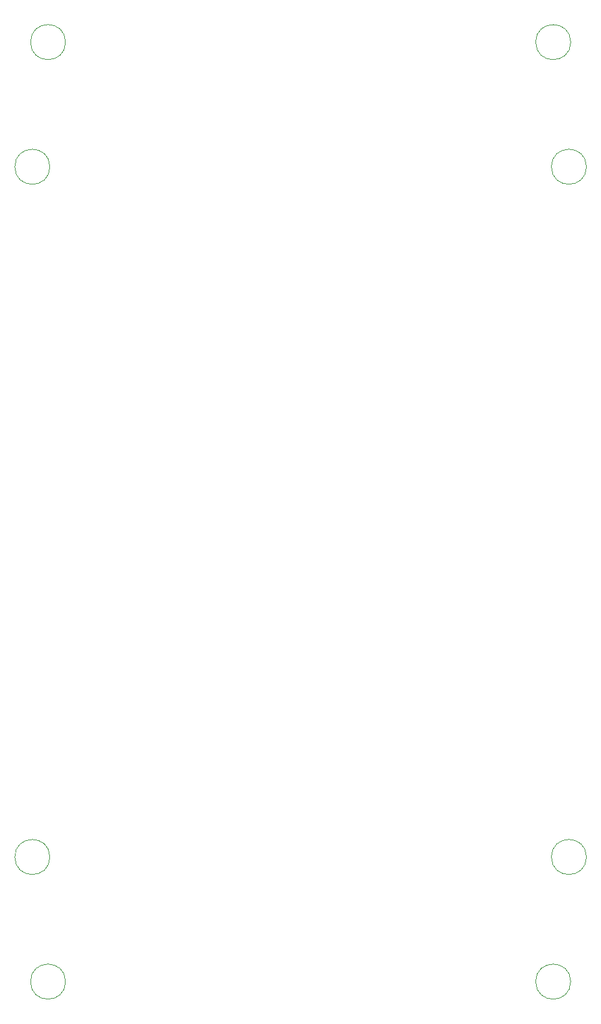
<source format=gto>
G04 #@! TF.GenerationSoftware,KiCad,Pcbnew,(5.1.0)-1*
G04 #@! TF.CreationDate,2019-05-29T13:36:30-04:00*
G04 #@! TF.ProjectId,MIDI Controller_Panel,4d494449-2043-46f6-9e74-726f6c6c6572,rev?*
G04 #@! TF.SameCoordinates,Original*
G04 #@! TF.FileFunction,Legend,Top*
G04 #@! TF.FilePolarity,Positive*
%FSLAX46Y46*%
G04 Gerber Fmt 4.6, Leading zero omitted, Abs format (unit mm)*
G04 Created by KiCad (PCBNEW (5.1.0)-1) date 2019-05-29 13:36:30*
%MOMM*%
%LPD*%
G04 APERTURE LIST*
%ADD10C,0.120000*%
G04 APERTURE END LIST*
D10*
X37736000Y-139250000D02*
G75*
G03X37736000Y-139250000I-2286000J0D01*
G01*
X37736000Y-49250000D02*
G75*
G03X37736000Y-49250000I-2286000J0D01*
G01*
X39786000Y-33000000D02*
G75*
G03X39786000Y-33000000I-2286000J0D01*
G01*
X39786000Y-155500000D02*
G75*
G03X39786000Y-155500000I-2286000J0D01*
G01*
X107736000Y-49250000D02*
G75*
G03X107736000Y-49250000I-2286000J0D01*
G01*
X107736000Y-139250000D02*
G75*
G03X107736000Y-139250000I-2286000J0D01*
G01*
X105686000Y-33000000D02*
G75*
G03X105686000Y-33000000I-2286000J0D01*
G01*
X105686000Y-155500000D02*
G75*
G03X105686000Y-155500000I-2286000J0D01*
G01*
M02*

</source>
